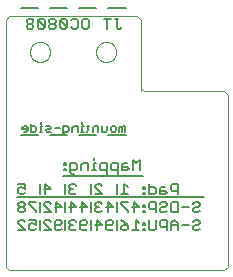
<source format=gbo>
G75*
%MOIN*%
%OFA0B0*%
%FSLAX25Y25*%
%IPPOS*%
%LPD*%
%AMOC8*
5,1,8,0,0,1.08239X$1,22.5*
%
%ADD10C,0.00000*%
%ADD11C,0.00500*%
%ADD12C,0.00600*%
D10*
X0004100Y0003487D02*
X0005350Y0002238D01*
X0076913Y0002238D01*
X0078163Y0003487D01*
X0078163Y0060675D01*
X0076913Y0061925D01*
X0050350Y0061925D01*
X0049100Y0063175D01*
X0049100Y0061925D01*
X0049100Y0063175D02*
X0049100Y0085675D01*
X0047850Y0086925D01*
X0005350Y0086925D01*
X0004100Y0085675D01*
X0004100Y0003487D01*
X0012230Y0075055D02*
X0012232Y0075170D01*
X0012238Y0075286D01*
X0012248Y0075401D01*
X0012262Y0075516D01*
X0012280Y0075630D01*
X0012302Y0075743D01*
X0012327Y0075856D01*
X0012357Y0075967D01*
X0012390Y0076078D01*
X0012427Y0076187D01*
X0012468Y0076295D01*
X0012513Y0076402D01*
X0012561Y0076507D01*
X0012613Y0076610D01*
X0012669Y0076711D01*
X0012728Y0076811D01*
X0012790Y0076908D01*
X0012856Y0077003D01*
X0012924Y0077096D01*
X0012996Y0077186D01*
X0013071Y0077274D01*
X0013150Y0077359D01*
X0013231Y0077441D01*
X0013314Y0077521D01*
X0013401Y0077597D01*
X0013490Y0077671D01*
X0013581Y0077741D01*
X0013675Y0077809D01*
X0013771Y0077873D01*
X0013870Y0077933D01*
X0013970Y0077990D01*
X0014072Y0078044D01*
X0014176Y0078094D01*
X0014282Y0078141D01*
X0014389Y0078184D01*
X0014498Y0078223D01*
X0014608Y0078258D01*
X0014719Y0078289D01*
X0014831Y0078317D01*
X0014944Y0078341D01*
X0015058Y0078361D01*
X0015173Y0078377D01*
X0015288Y0078389D01*
X0015403Y0078397D01*
X0015518Y0078401D01*
X0015634Y0078401D01*
X0015749Y0078397D01*
X0015864Y0078389D01*
X0015979Y0078377D01*
X0016094Y0078361D01*
X0016208Y0078341D01*
X0016321Y0078317D01*
X0016433Y0078289D01*
X0016544Y0078258D01*
X0016654Y0078223D01*
X0016763Y0078184D01*
X0016870Y0078141D01*
X0016976Y0078094D01*
X0017080Y0078044D01*
X0017182Y0077990D01*
X0017282Y0077933D01*
X0017381Y0077873D01*
X0017477Y0077809D01*
X0017571Y0077741D01*
X0017662Y0077671D01*
X0017751Y0077597D01*
X0017838Y0077521D01*
X0017921Y0077441D01*
X0018002Y0077359D01*
X0018081Y0077274D01*
X0018156Y0077186D01*
X0018228Y0077096D01*
X0018296Y0077003D01*
X0018362Y0076908D01*
X0018424Y0076811D01*
X0018483Y0076711D01*
X0018539Y0076610D01*
X0018591Y0076507D01*
X0018639Y0076402D01*
X0018684Y0076295D01*
X0018725Y0076187D01*
X0018762Y0076078D01*
X0018795Y0075967D01*
X0018825Y0075856D01*
X0018850Y0075743D01*
X0018872Y0075630D01*
X0018890Y0075516D01*
X0018904Y0075401D01*
X0018914Y0075286D01*
X0018920Y0075170D01*
X0018922Y0075055D01*
X0018920Y0074940D01*
X0018914Y0074824D01*
X0018904Y0074709D01*
X0018890Y0074594D01*
X0018872Y0074480D01*
X0018850Y0074367D01*
X0018825Y0074254D01*
X0018795Y0074143D01*
X0018762Y0074032D01*
X0018725Y0073923D01*
X0018684Y0073815D01*
X0018639Y0073708D01*
X0018591Y0073603D01*
X0018539Y0073500D01*
X0018483Y0073399D01*
X0018424Y0073299D01*
X0018362Y0073202D01*
X0018296Y0073107D01*
X0018228Y0073014D01*
X0018156Y0072924D01*
X0018081Y0072836D01*
X0018002Y0072751D01*
X0017921Y0072669D01*
X0017838Y0072589D01*
X0017751Y0072513D01*
X0017662Y0072439D01*
X0017571Y0072369D01*
X0017477Y0072301D01*
X0017381Y0072237D01*
X0017282Y0072177D01*
X0017182Y0072120D01*
X0017080Y0072066D01*
X0016976Y0072016D01*
X0016870Y0071969D01*
X0016763Y0071926D01*
X0016654Y0071887D01*
X0016544Y0071852D01*
X0016433Y0071821D01*
X0016321Y0071793D01*
X0016208Y0071769D01*
X0016094Y0071749D01*
X0015979Y0071733D01*
X0015864Y0071721D01*
X0015749Y0071713D01*
X0015634Y0071709D01*
X0015518Y0071709D01*
X0015403Y0071713D01*
X0015288Y0071721D01*
X0015173Y0071733D01*
X0015058Y0071749D01*
X0014944Y0071769D01*
X0014831Y0071793D01*
X0014719Y0071821D01*
X0014608Y0071852D01*
X0014498Y0071887D01*
X0014389Y0071926D01*
X0014282Y0071969D01*
X0014176Y0072016D01*
X0014072Y0072066D01*
X0013970Y0072120D01*
X0013870Y0072177D01*
X0013771Y0072237D01*
X0013675Y0072301D01*
X0013581Y0072369D01*
X0013490Y0072439D01*
X0013401Y0072513D01*
X0013314Y0072589D01*
X0013231Y0072669D01*
X0013150Y0072751D01*
X0013071Y0072836D01*
X0012996Y0072924D01*
X0012924Y0073014D01*
X0012856Y0073107D01*
X0012790Y0073202D01*
X0012728Y0073299D01*
X0012669Y0073399D01*
X0012613Y0073500D01*
X0012561Y0073603D01*
X0012513Y0073708D01*
X0012468Y0073815D01*
X0012427Y0073923D01*
X0012390Y0074032D01*
X0012357Y0074143D01*
X0012327Y0074254D01*
X0012302Y0074367D01*
X0012280Y0074480D01*
X0012262Y0074594D01*
X0012248Y0074709D01*
X0012238Y0074824D01*
X0012232Y0074940D01*
X0012230Y0075055D01*
X0034278Y0075055D02*
X0034280Y0075170D01*
X0034286Y0075286D01*
X0034296Y0075401D01*
X0034310Y0075516D01*
X0034328Y0075630D01*
X0034350Y0075743D01*
X0034375Y0075856D01*
X0034405Y0075967D01*
X0034438Y0076078D01*
X0034475Y0076187D01*
X0034516Y0076295D01*
X0034561Y0076402D01*
X0034609Y0076507D01*
X0034661Y0076610D01*
X0034717Y0076711D01*
X0034776Y0076811D01*
X0034838Y0076908D01*
X0034904Y0077003D01*
X0034972Y0077096D01*
X0035044Y0077186D01*
X0035119Y0077274D01*
X0035198Y0077359D01*
X0035279Y0077441D01*
X0035362Y0077521D01*
X0035449Y0077597D01*
X0035538Y0077671D01*
X0035629Y0077741D01*
X0035723Y0077809D01*
X0035819Y0077873D01*
X0035918Y0077933D01*
X0036018Y0077990D01*
X0036120Y0078044D01*
X0036224Y0078094D01*
X0036330Y0078141D01*
X0036437Y0078184D01*
X0036546Y0078223D01*
X0036656Y0078258D01*
X0036767Y0078289D01*
X0036879Y0078317D01*
X0036992Y0078341D01*
X0037106Y0078361D01*
X0037221Y0078377D01*
X0037336Y0078389D01*
X0037451Y0078397D01*
X0037566Y0078401D01*
X0037682Y0078401D01*
X0037797Y0078397D01*
X0037912Y0078389D01*
X0038027Y0078377D01*
X0038142Y0078361D01*
X0038256Y0078341D01*
X0038369Y0078317D01*
X0038481Y0078289D01*
X0038592Y0078258D01*
X0038702Y0078223D01*
X0038811Y0078184D01*
X0038918Y0078141D01*
X0039024Y0078094D01*
X0039128Y0078044D01*
X0039230Y0077990D01*
X0039330Y0077933D01*
X0039429Y0077873D01*
X0039525Y0077809D01*
X0039619Y0077741D01*
X0039710Y0077671D01*
X0039799Y0077597D01*
X0039886Y0077521D01*
X0039969Y0077441D01*
X0040050Y0077359D01*
X0040129Y0077274D01*
X0040204Y0077186D01*
X0040276Y0077096D01*
X0040344Y0077003D01*
X0040410Y0076908D01*
X0040472Y0076811D01*
X0040531Y0076711D01*
X0040587Y0076610D01*
X0040639Y0076507D01*
X0040687Y0076402D01*
X0040732Y0076295D01*
X0040773Y0076187D01*
X0040810Y0076078D01*
X0040843Y0075967D01*
X0040873Y0075856D01*
X0040898Y0075743D01*
X0040920Y0075630D01*
X0040938Y0075516D01*
X0040952Y0075401D01*
X0040962Y0075286D01*
X0040968Y0075170D01*
X0040970Y0075055D01*
X0040968Y0074940D01*
X0040962Y0074824D01*
X0040952Y0074709D01*
X0040938Y0074594D01*
X0040920Y0074480D01*
X0040898Y0074367D01*
X0040873Y0074254D01*
X0040843Y0074143D01*
X0040810Y0074032D01*
X0040773Y0073923D01*
X0040732Y0073815D01*
X0040687Y0073708D01*
X0040639Y0073603D01*
X0040587Y0073500D01*
X0040531Y0073399D01*
X0040472Y0073299D01*
X0040410Y0073202D01*
X0040344Y0073107D01*
X0040276Y0073014D01*
X0040204Y0072924D01*
X0040129Y0072836D01*
X0040050Y0072751D01*
X0039969Y0072669D01*
X0039886Y0072589D01*
X0039799Y0072513D01*
X0039710Y0072439D01*
X0039619Y0072369D01*
X0039525Y0072301D01*
X0039429Y0072237D01*
X0039330Y0072177D01*
X0039230Y0072120D01*
X0039128Y0072066D01*
X0039024Y0072016D01*
X0038918Y0071969D01*
X0038811Y0071926D01*
X0038702Y0071887D01*
X0038592Y0071852D01*
X0038481Y0071821D01*
X0038369Y0071793D01*
X0038256Y0071769D01*
X0038142Y0071749D01*
X0038027Y0071733D01*
X0037912Y0071721D01*
X0037797Y0071713D01*
X0037682Y0071709D01*
X0037566Y0071709D01*
X0037451Y0071713D01*
X0037336Y0071721D01*
X0037221Y0071733D01*
X0037106Y0071749D01*
X0036992Y0071769D01*
X0036879Y0071793D01*
X0036767Y0071821D01*
X0036656Y0071852D01*
X0036546Y0071887D01*
X0036437Y0071926D01*
X0036330Y0071969D01*
X0036224Y0072016D01*
X0036120Y0072066D01*
X0036018Y0072120D01*
X0035918Y0072177D01*
X0035819Y0072237D01*
X0035723Y0072301D01*
X0035629Y0072369D01*
X0035538Y0072439D01*
X0035449Y0072513D01*
X0035362Y0072589D01*
X0035279Y0072669D01*
X0035198Y0072751D01*
X0035119Y0072836D01*
X0035044Y0072924D01*
X0034972Y0073014D01*
X0034904Y0073107D01*
X0034838Y0073202D01*
X0034776Y0073299D01*
X0034717Y0073399D01*
X0034661Y0073500D01*
X0034609Y0073603D01*
X0034561Y0073708D01*
X0034516Y0073815D01*
X0034475Y0073923D01*
X0034438Y0074032D01*
X0034405Y0074143D01*
X0034375Y0074254D01*
X0034350Y0074367D01*
X0034328Y0074480D01*
X0034310Y0074594D01*
X0034296Y0074709D01*
X0034286Y0074824D01*
X0034280Y0074940D01*
X0034278Y0075055D01*
D11*
X0029649Y0051578D02*
X0029649Y0051127D01*
X0029649Y0050227D02*
X0029649Y0048425D01*
X0029199Y0048425D02*
X0030100Y0048425D01*
X0031163Y0048425D02*
X0031614Y0048875D01*
X0031614Y0050677D01*
X0032064Y0050227D02*
X0031163Y0050227D01*
X0030100Y0050227D02*
X0029649Y0050227D01*
X0028135Y0050227D02*
X0028135Y0048425D01*
X0026334Y0048425D02*
X0026334Y0049776D01*
X0026784Y0050227D01*
X0028135Y0050227D01*
X0025189Y0049776D02*
X0025189Y0048875D01*
X0024738Y0048425D01*
X0023387Y0048425D01*
X0023387Y0047975D02*
X0023387Y0050227D01*
X0024738Y0050227D01*
X0025189Y0049776D01*
X0024288Y0047524D02*
X0023838Y0047524D01*
X0023387Y0047975D01*
X0022242Y0049776D02*
X0020441Y0049776D01*
X0019296Y0049776D02*
X0018845Y0050227D01*
X0017494Y0050227D01*
X0017945Y0049326D02*
X0018845Y0049326D01*
X0019296Y0049776D01*
X0019296Y0048425D02*
X0017945Y0048425D01*
X0017494Y0048875D01*
X0017945Y0049326D01*
X0016349Y0050227D02*
X0015899Y0050227D01*
X0015899Y0048425D01*
X0016349Y0048425D02*
X0015448Y0048425D01*
X0014385Y0048875D02*
X0014385Y0049776D01*
X0013934Y0050227D01*
X0012583Y0050227D01*
X0012583Y0051127D02*
X0012583Y0048425D01*
X0013934Y0048425D01*
X0014385Y0048875D01*
X0015899Y0051127D02*
X0015899Y0051578D01*
X0011438Y0049776D02*
X0011438Y0048875D01*
X0010988Y0048425D01*
X0010087Y0048425D01*
X0009637Y0049326D02*
X0011438Y0049326D01*
X0011438Y0049776D02*
X0010988Y0050227D01*
X0010087Y0050227D01*
X0009637Y0049776D01*
X0009637Y0049326D01*
X0023712Y0037948D02*
X0023712Y0037364D01*
X0024296Y0037364D01*
X0024296Y0037948D01*
X0023712Y0037948D01*
X0023712Y0036196D02*
X0023712Y0035613D01*
X0024296Y0035613D01*
X0024296Y0036196D01*
X0023712Y0036196D01*
X0025644Y0035613D02*
X0027395Y0035613D01*
X0027979Y0036196D01*
X0027979Y0037364D01*
X0027395Y0037948D01*
X0025644Y0037948D01*
X0025644Y0035029D01*
X0026227Y0034445D01*
X0026811Y0034445D01*
X0029327Y0035613D02*
X0029327Y0037364D01*
X0029911Y0037948D01*
X0031662Y0037948D01*
X0031662Y0035613D01*
X0032950Y0035613D02*
X0034117Y0035613D01*
X0033534Y0035613D02*
X0033534Y0037948D01*
X0034117Y0037948D01*
X0033534Y0039115D02*
X0033534Y0039699D01*
X0035465Y0037364D02*
X0035465Y0036196D01*
X0036049Y0035613D01*
X0037801Y0035613D01*
X0037801Y0034445D02*
X0037801Y0037948D01*
X0036049Y0037948D01*
X0035465Y0037364D01*
X0039148Y0037364D02*
X0039148Y0036196D01*
X0039732Y0035613D01*
X0041484Y0035613D01*
X0041484Y0034445D02*
X0041484Y0037948D01*
X0039732Y0037948D01*
X0039148Y0037364D01*
X0042832Y0037364D02*
X0042832Y0035613D01*
X0044583Y0035613D01*
X0045167Y0036196D01*
X0044583Y0036780D01*
X0042832Y0036780D01*
X0042832Y0037364D02*
X0043415Y0037948D01*
X0044583Y0037948D01*
X0046515Y0039115D02*
X0046515Y0035613D01*
X0047682Y0037948D02*
X0046515Y0039115D01*
X0047682Y0037948D02*
X0048850Y0039115D01*
X0048850Y0035613D01*
X0051782Y0031115D02*
X0051782Y0027612D01*
X0053534Y0027612D01*
X0054117Y0028196D01*
X0054117Y0029364D01*
X0053534Y0029948D01*
X0051782Y0029948D01*
X0050434Y0029948D02*
X0050434Y0029364D01*
X0049850Y0029364D01*
X0049850Y0029948D01*
X0050434Y0029948D01*
X0050434Y0028196D02*
X0049850Y0028196D01*
X0049850Y0027612D01*
X0050434Y0027612D01*
X0050434Y0028196D01*
X0052366Y0025115D02*
X0051782Y0024532D01*
X0051782Y0023364D01*
X0052366Y0022780D01*
X0054117Y0022780D01*
X0054117Y0021612D02*
X0054117Y0025115D01*
X0052366Y0025115D01*
X0050434Y0023948D02*
X0050434Y0023364D01*
X0049850Y0023364D01*
X0049850Y0023948D01*
X0050434Y0023948D01*
X0050434Y0022196D02*
X0049850Y0022196D01*
X0049850Y0021612D01*
X0050434Y0021612D01*
X0050434Y0022196D01*
X0048593Y0023364D02*
X0046257Y0023364D01*
X0044910Y0022196D02*
X0044910Y0021612D01*
X0044910Y0022196D02*
X0042574Y0024532D01*
X0042574Y0025115D01*
X0044910Y0025115D01*
X0046841Y0025115D02*
X0048593Y0023364D01*
X0046841Y0025115D02*
X0046841Y0021612D01*
X0047425Y0019115D02*
X0047425Y0015612D01*
X0048593Y0015612D02*
X0046257Y0015612D01*
X0044910Y0016196D02*
X0044910Y0017364D01*
X0043158Y0017364D01*
X0042574Y0016780D01*
X0042574Y0016196D01*
X0043158Y0015612D01*
X0044326Y0015612D01*
X0044910Y0016196D01*
X0044910Y0017364D02*
X0043742Y0018532D01*
X0042574Y0019115D01*
X0041226Y0019115D02*
X0041226Y0015612D01*
X0039999Y0016196D02*
X0039415Y0015612D01*
X0038247Y0015612D01*
X0037663Y0016196D01*
X0037663Y0018532D01*
X0038247Y0019115D01*
X0039415Y0019115D01*
X0039999Y0018532D01*
X0039999Y0017948D01*
X0039415Y0017364D01*
X0037663Y0017364D01*
X0036316Y0017364D02*
X0033980Y0017364D01*
X0034564Y0019115D02*
X0036316Y0017364D01*
X0034564Y0019115D02*
X0034564Y0015612D01*
X0032632Y0015612D02*
X0032632Y0019115D01*
X0031405Y0018532D02*
X0031405Y0017948D01*
X0030821Y0017364D01*
X0029069Y0017364D01*
X0029069Y0018532D02*
X0029653Y0019115D01*
X0030821Y0019115D01*
X0031405Y0018532D01*
X0029069Y0018532D02*
X0029069Y0016196D01*
X0029653Y0015612D01*
X0030821Y0015612D01*
X0031405Y0016196D01*
X0027722Y0016196D02*
X0027138Y0015612D01*
X0025970Y0015612D01*
X0025386Y0016196D01*
X0025386Y0016780D01*
X0025970Y0017364D01*
X0026554Y0017364D01*
X0025970Y0017364D02*
X0025386Y0017948D01*
X0025386Y0018532D01*
X0025970Y0019115D01*
X0027138Y0019115D01*
X0027722Y0018532D01*
X0025970Y0021612D02*
X0025970Y0025115D01*
X0027722Y0023364D01*
X0025386Y0023364D01*
X0024038Y0025115D02*
X0024038Y0021612D01*
X0022811Y0023364D02*
X0020475Y0023364D01*
X0019128Y0024532D02*
X0018544Y0025115D01*
X0017376Y0025115D01*
X0016792Y0024532D01*
X0016792Y0023948D01*
X0019128Y0021612D01*
X0016792Y0021612D01*
X0015444Y0021612D02*
X0015444Y0025115D01*
X0014217Y0025115D02*
X0011881Y0025115D01*
X0011881Y0024532D01*
X0014217Y0022196D01*
X0014217Y0021612D01*
X0014217Y0019115D02*
X0011881Y0019115D01*
X0012465Y0017948D02*
X0011881Y0017364D01*
X0011881Y0016196D01*
X0012465Y0015612D01*
X0013633Y0015612D01*
X0014217Y0016196D01*
X0014217Y0017364D02*
X0013049Y0017948D01*
X0012465Y0017948D01*
X0014217Y0017364D02*
X0014217Y0019115D01*
X0015444Y0019115D02*
X0015444Y0015612D01*
X0016792Y0015612D02*
X0019128Y0015612D01*
X0016792Y0017948D01*
X0016792Y0018532D01*
X0017376Y0019115D01*
X0018544Y0019115D01*
X0019128Y0018532D01*
X0020475Y0018532D02*
X0021059Y0019115D01*
X0022227Y0019115D01*
X0022811Y0018532D01*
X0022811Y0017948D01*
X0022227Y0017364D01*
X0020475Y0017364D01*
X0020475Y0016196D02*
X0020475Y0018532D01*
X0020475Y0016196D02*
X0021059Y0015612D01*
X0022227Y0015612D01*
X0022811Y0016196D01*
X0024038Y0015612D02*
X0024038Y0019115D01*
X0021059Y0021612D02*
X0021059Y0025115D01*
X0022811Y0023364D01*
X0024038Y0027612D02*
X0024038Y0031115D01*
X0025386Y0030532D02*
X0025386Y0029948D01*
X0025970Y0029364D01*
X0025386Y0028780D01*
X0025386Y0028196D01*
X0025970Y0027612D01*
X0027138Y0027612D01*
X0027722Y0028196D01*
X0026554Y0029364D02*
X0025970Y0029364D01*
X0025386Y0030532D02*
X0025970Y0031115D01*
X0027138Y0031115D01*
X0027722Y0030532D01*
X0032632Y0031115D02*
X0032632Y0027612D01*
X0033980Y0027612D02*
X0036316Y0027612D01*
X0033980Y0029948D01*
X0033980Y0030532D01*
X0034564Y0031115D01*
X0035732Y0031115D01*
X0036316Y0030532D01*
X0041226Y0031115D02*
X0041226Y0027612D01*
X0042574Y0027612D02*
X0044910Y0027612D01*
X0043742Y0027612D02*
X0043742Y0031115D01*
X0044910Y0029948D01*
X0041226Y0025115D02*
X0041226Y0021612D01*
X0039999Y0023364D02*
X0037663Y0023364D01*
X0036316Y0024532D02*
X0035732Y0025115D01*
X0034564Y0025115D01*
X0033980Y0024532D01*
X0033980Y0023948D01*
X0034564Y0023364D01*
X0033980Y0022780D01*
X0033980Y0022196D01*
X0034564Y0021612D01*
X0035732Y0021612D01*
X0036316Y0022196D01*
X0035148Y0023364D02*
X0034564Y0023364D01*
X0032632Y0025115D02*
X0032632Y0021612D01*
X0031405Y0023364D02*
X0029069Y0023364D01*
X0029653Y0025115D02*
X0029653Y0021612D01*
X0031405Y0023364D02*
X0029653Y0025115D01*
X0038247Y0025115D02*
X0038247Y0021612D01*
X0039999Y0023364D02*
X0038247Y0025115D01*
X0047425Y0019115D02*
X0048593Y0017948D01*
X0049850Y0017948D02*
X0049850Y0017364D01*
X0050434Y0017364D01*
X0050434Y0017948D01*
X0049850Y0017948D01*
X0049850Y0016196D02*
X0049850Y0015612D01*
X0050434Y0015612D01*
X0050434Y0016196D01*
X0049850Y0016196D01*
X0051782Y0016196D02*
X0051782Y0019115D01*
X0054117Y0019115D02*
X0054117Y0016196D01*
X0053534Y0015612D01*
X0052366Y0015612D01*
X0051782Y0016196D01*
X0055465Y0017364D02*
X0056049Y0016780D01*
X0057801Y0016780D01*
X0057801Y0015612D02*
X0057801Y0019115D01*
X0056049Y0019115D01*
X0055465Y0018532D01*
X0055465Y0017364D01*
X0056049Y0021612D02*
X0057217Y0021612D01*
X0057801Y0022196D01*
X0057217Y0023364D02*
X0056049Y0023364D01*
X0055465Y0022780D01*
X0055465Y0022196D01*
X0056049Y0021612D01*
X0057217Y0023364D02*
X0057801Y0023948D01*
X0057801Y0024532D01*
X0057217Y0025115D01*
X0056049Y0025115D01*
X0055465Y0024532D01*
X0055465Y0027612D02*
X0057217Y0027612D01*
X0057801Y0028196D01*
X0057217Y0028780D01*
X0055465Y0028780D01*
X0055465Y0029364D02*
X0055465Y0027612D01*
X0055465Y0029364D02*
X0056049Y0029948D01*
X0057217Y0029948D01*
X0059148Y0030532D02*
X0059148Y0029364D01*
X0059732Y0028780D01*
X0061484Y0028780D01*
X0061484Y0027612D02*
X0061484Y0031115D01*
X0059732Y0031115D01*
X0059148Y0030532D01*
X0059732Y0025115D02*
X0061484Y0025115D01*
X0061484Y0021612D01*
X0059732Y0021612D01*
X0059148Y0022196D01*
X0059148Y0024532D01*
X0059732Y0025115D01*
X0062832Y0023364D02*
X0065167Y0023364D01*
X0066515Y0022780D02*
X0066515Y0022196D01*
X0067099Y0021612D01*
X0068266Y0021612D01*
X0068850Y0022196D01*
X0068266Y0023364D02*
X0067099Y0023364D01*
X0066515Y0022780D01*
X0066515Y0024532D02*
X0067099Y0025115D01*
X0068266Y0025115D01*
X0068850Y0024532D01*
X0068850Y0023948D01*
X0068266Y0023364D01*
X0068266Y0019115D02*
X0067099Y0019115D01*
X0066515Y0018532D01*
X0067099Y0017364D02*
X0066515Y0016780D01*
X0066515Y0016196D01*
X0067099Y0015612D01*
X0068266Y0015612D01*
X0068850Y0016196D01*
X0068266Y0017364D02*
X0067099Y0017364D01*
X0068266Y0017364D02*
X0068850Y0017948D01*
X0068850Y0018532D01*
X0068266Y0019115D01*
X0065167Y0017364D02*
X0062832Y0017364D01*
X0061484Y0017364D02*
X0059148Y0017364D01*
X0059148Y0017948D02*
X0059148Y0015612D01*
X0059148Y0017948D02*
X0060316Y0019115D01*
X0061484Y0017948D01*
X0061484Y0015612D01*
X0043850Y0048425D02*
X0043850Y0050227D01*
X0043400Y0050227D01*
X0042949Y0049776D01*
X0042499Y0050227D01*
X0042048Y0049776D01*
X0042048Y0048425D01*
X0042949Y0048425D02*
X0042949Y0049776D01*
X0040903Y0049776D02*
X0040903Y0048875D01*
X0040453Y0048425D01*
X0039552Y0048425D01*
X0039102Y0048875D01*
X0039102Y0049776D01*
X0039552Y0050227D01*
X0040453Y0050227D01*
X0040903Y0049776D01*
X0037957Y0050227D02*
X0037957Y0048875D01*
X0037507Y0048425D01*
X0036155Y0048425D01*
X0036155Y0050227D01*
X0035010Y0050227D02*
X0033659Y0050227D01*
X0033209Y0049776D01*
X0033209Y0048425D01*
X0035010Y0048425D02*
X0035010Y0050227D01*
X0017376Y0031115D02*
X0019128Y0029364D01*
X0016792Y0029364D01*
X0017376Y0031115D02*
X0017376Y0027612D01*
X0015444Y0027612D02*
X0015444Y0031115D01*
X0010534Y0031115D02*
X0010534Y0029364D01*
X0009366Y0029948D01*
X0008782Y0029948D01*
X0008198Y0029364D01*
X0008198Y0028196D01*
X0008782Y0027612D01*
X0009950Y0027612D01*
X0010534Y0028196D01*
X0009950Y0025115D02*
X0008782Y0025115D01*
X0008198Y0024532D01*
X0008198Y0023948D01*
X0008782Y0023364D01*
X0009950Y0023364D01*
X0010534Y0023948D01*
X0010534Y0024532D01*
X0009950Y0025115D01*
X0009950Y0023364D02*
X0010534Y0022780D01*
X0010534Y0022196D01*
X0009950Y0021612D01*
X0008782Y0021612D01*
X0008198Y0022196D01*
X0008198Y0022780D01*
X0008782Y0023364D01*
X0008782Y0019115D02*
X0009950Y0019115D01*
X0010534Y0018532D01*
X0008782Y0019115D02*
X0008198Y0018532D01*
X0008198Y0017948D01*
X0010534Y0015612D01*
X0008198Y0015612D01*
X0008198Y0031115D02*
X0010534Y0031115D01*
D12*
X0007850Y0026612D02*
X0070350Y0026612D01*
X0050037Y0033800D02*
X0023162Y0033800D01*
X0024631Y0047338D02*
X0018834Y0047338D01*
X0014897Y0047338D02*
X0009100Y0047338D01*
X0028569Y0047338D02*
X0034366Y0047338D01*
X0038303Y0047338D02*
X0044100Y0047338D01*
X0042307Y0082725D02*
X0041740Y0082725D01*
X0041173Y0083292D01*
X0041173Y0086128D01*
X0041740Y0086128D02*
X0040606Y0086128D01*
X0039191Y0086128D02*
X0036922Y0086128D01*
X0038057Y0086128D02*
X0038057Y0082725D01*
X0042307Y0082725D02*
X0042874Y0083292D01*
X0044100Y0089858D02*
X0038303Y0089858D01*
X0034366Y0089858D02*
X0028569Y0089858D01*
X0027574Y0086128D02*
X0026440Y0086128D01*
X0025873Y0085561D01*
X0024458Y0085561D02*
X0024458Y0083292D01*
X0022190Y0085561D01*
X0022190Y0083292D01*
X0022757Y0082725D01*
X0023891Y0082725D01*
X0024458Y0083292D01*
X0025873Y0083292D02*
X0026440Y0082725D01*
X0027574Y0082725D01*
X0028142Y0083292D01*
X0028142Y0085561D01*
X0027574Y0086128D01*
X0029556Y0085561D02*
X0030123Y0086128D01*
X0031258Y0086128D01*
X0031825Y0085561D01*
X0031825Y0083292D01*
X0031258Y0082725D01*
X0030123Y0082725D01*
X0029556Y0083292D01*
X0029556Y0085561D01*
X0024458Y0085561D02*
X0023891Y0086128D01*
X0022757Y0086128D01*
X0022190Y0085561D01*
X0020775Y0085561D02*
X0020775Y0084994D01*
X0020208Y0084426D01*
X0019074Y0084426D01*
X0018507Y0083859D01*
X0018507Y0083292D01*
X0019074Y0082725D01*
X0020208Y0082725D01*
X0020775Y0083292D01*
X0020775Y0083859D01*
X0020208Y0084426D01*
X0020775Y0085561D02*
X0020208Y0086128D01*
X0019074Y0086128D01*
X0018507Y0085561D01*
X0018507Y0084994D01*
X0019074Y0084426D01*
X0017092Y0083292D02*
X0014824Y0085561D01*
X0014824Y0083292D01*
X0015391Y0082725D01*
X0016525Y0082725D01*
X0017092Y0083292D01*
X0017092Y0085561D01*
X0016525Y0086128D01*
X0015391Y0086128D01*
X0014824Y0085561D01*
X0013409Y0085561D02*
X0013409Y0084994D01*
X0012842Y0084426D01*
X0011708Y0084426D01*
X0011140Y0083859D01*
X0011140Y0083292D01*
X0011708Y0082725D01*
X0012842Y0082725D01*
X0013409Y0083292D01*
X0013409Y0083859D01*
X0012842Y0084426D01*
X0011708Y0084426D02*
X0011140Y0084994D01*
X0011140Y0085561D01*
X0011708Y0086128D01*
X0012842Y0086128D01*
X0013409Y0085561D01*
X0014897Y0089858D02*
X0009100Y0089858D01*
X0018834Y0089858D02*
X0024631Y0089858D01*
M02*

</source>
